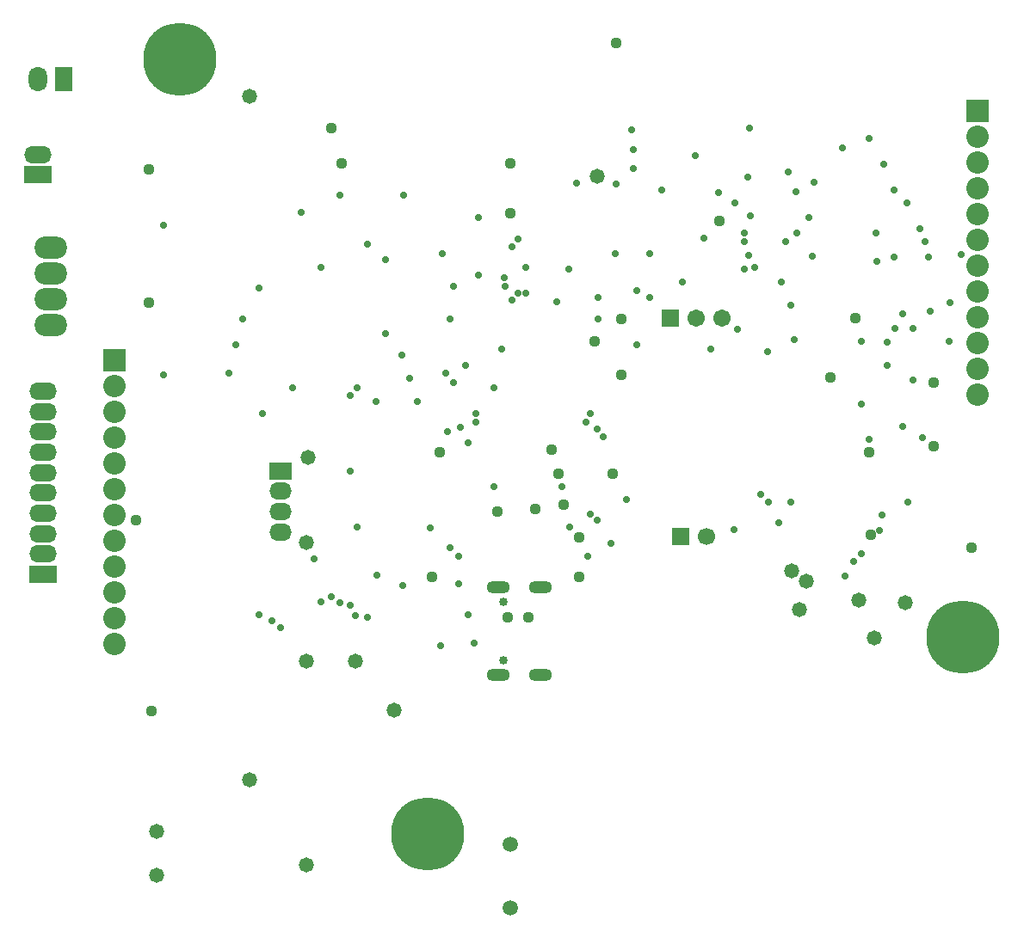
<source format=gbs>
G04*
G04 #@! TF.GenerationSoftware,Altium Limited,Altium Designer,22.7.1 (60)*
G04*
G04 Layer_Color=32639*
%FSLAX44Y44*%
%MOMM*%
G71*
G04*
G04 #@! TF.SameCoordinates,D0082332-17C0-48B4-9EBD-708ECFB17097*
G04*
G04*
G04 #@! TF.FilePolarity,Negative*
G04*
G01*
G75*
%ADD109C,7.2032*%
%ADD110O,2.3032X1.2532*%
%ADD111C,0.8532*%
%ADD112O,2.2032X1.7032*%
%ADD113R,2.2032X1.7032*%
%ADD114C,1.7000*%
%ADD115R,1.7000X1.7000*%
%ADD116C,1.5032*%
%ADD117C,1.7032*%
%ADD118R,1.7032X1.7032*%
%ADD119O,3.2032X2.2032*%
%ADD120R,2.7032X1.7032*%
%ADD121O,2.7032X1.7032*%
%ADD122R,1.8032X2.4532*%
%ADD123O,1.8032X2.4532*%
%ADD124C,2.2032*%
%ADD125R,2.2032X2.2032*%
%ADD126C,0.7032*%
%ADD127C,1.1176*%
%ADD128C,1.4732*%
D109*
X172720Y849376D02*
D03*
X942980Y279910D02*
D03*
X416560Y86360D02*
D03*
D110*
X527300Y242550D02*
D03*
Y328950D02*
D03*
X485500Y242550D02*
D03*
Y328950D02*
D03*
D111*
X490500Y314650D02*
D03*
Y256850D02*
D03*
D112*
X271780Y403540D02*
D03*
Y423540D02*
D03*
Y383540D02*
D03*
D113*
Y443540D02*
D03*
D114*
X690880Y379476D02*
D03*
D115*
X665480D02*
D03*
D116*
X497600Y75700D02*
D03*
Y13200D02*
D03*
D117*
X706120Y594360D02*
D03*
X680720D02*
D03*
D118*
X655320D02*
D03*
D119*
X45720Y638556D02*
D03*
Y587756D02*
D03*
Y663956D02*
D03*
Y613156D02*
D03*
D120*
X33020Y735236D02*
D03*
X38100Y341950D02*
D03*
D121*
X33020Y755236D02*
D03*
X38100Y521950D02*
D03*
Y501950D02*
D03*
Y461950D02*
D03*
Y441950D02*
D03*
Y361950D02*
D03*
Y381950D02*
D03*
Y401950D02*
D03*
Y421950D02*
D03*
Y481950D02*
D03*
D122*
X58570Y829116D02*
D03*
D123*
X33170D02*
D03*
D124*
X107950Y527050D02*
D03*
Y501650D02*
D03*
Y476250D02*
D03*
Y450850D02*
D03*
Y425450D02*
D03*
Y400050D02*
D03*
Y374650D02*
D03*
Y349250D02*
D03*
Y323850D02*
D03*
Y298450D02*
D03*
Y273050D02*
D03*
X957580Y773176D02*
D03*
Y747776D02*
D03*
Y722376D02*
D03*
Y696976D02*
D03*
Y671576D02*
D03*
Y646176D02*
D03*
Y620776D02*
D03*
Y595376D02*
D03*
Y569976D02*
D03*
Y544576D02*
D03*
Y519176D02*
D03*
D125*
X107950Y552450D02*
D03*
X957580Y798576D02*
D03*
D126*
X254000Y500380D02*
D03*
X262890Y295910D02*
D03*
X250190Y302260D02*
D03*
X679450Y754380D02*
D03*
X646430Y720090D02*
D03*
X543560Y610616D02*
D03*
X554990Y642620D02*
D03*
X481330Y525780D02*
D03*
X419100Y387350D02*
D03*
X889000Y412750D02*
D03*
X826770Y340360D02*
D03*
X929894Y609600D02*
D03*
X929640Y571500D02*
D03*
X883920Y487680D02*
D03*
X843280Y509270D02*
D03*
Y571500D02*
D03*
X868680Y547370D02*
D03*
Y570230D02*
D03*
X910590Y600710D02*
D03*
X941070Y656590D02*
D03*
X894080Y584200D02*
D03*
X770890Y737870D02*
D03*
X618490Y741680D02*
D03*
X731520Y732790D02*
D03*
X778510Y718820D02*
D03*
X441960Y625856D02*
D03*
X902970Y476250D02*
D03*
X861060Y384810D02*
D03*
X909320Y654050D02*
D03*
X875030D02*
D03*
X488950Y563880D02*
D03*
X702310Y717550D02*
D03*
X666750Y629920D02*
D03*
X737870Y643890D02*
D03*
X304464Y356870D02*
D03*
X392120Y331216D02*
D03*
X366720Y341376D02*
D03*
X694690Y563880D02*
D03*
X718820Y707390D02*
D03*
X356870Y666750D02*
D03*
X365760Y511810D02*
D03*
X406400D02*
D03*
X398780Y534670D02*
D03*
X447040Y332232D02*
D03*
X843280Y361950D02*
D03*
X835660Y354330D02*
D03*
X283210Y525780D02*
D03*
X462280Y274346D02*
D03*
X455930Y302260D02*
D03*
X374650Y579120D02*
D03*
Y651510D02*
D03*
X727710Y642620D02*
D03*
X731886Y656224D02*
D03*
X795020Y655320D02*
D03*
X455930Y471170D02*
D03*
X448310Y486410D02*
D03*
X441960Y530860D02*
D03*
X481330Y427990D02*
D03*
X548640D02*
D03*
X612140Y415290D02*
D03*
X717550Y386080D02*
D03*
X858520Y650240D02*
D03*
X744220Y420370D02*
D03*
X589280Y477520D02*
D03*
X582930Y485140D02*
D03*
X850900Y474980D02*
D03*
X556260Y388620D02*
D03*
X572030Y491490D02*
D03*
X576580Y500380D02*
D03*
X751840Y412750D02*
D03*
X773317D02*
D03*
X762000Y392430D02*
D03*
X582930Y395224D02*
D03*
X463550Y500380D02*
D03*
Y491490D02*
D03*
X346710Y388620D02*
D03*
Y525780D02*
D03*
X321310Y320040D02*
D03*
X391160Y557530D02*
D03*
X574040Y359410D02*
D03*
X447040D02*
D03*
X438150Y368300D02*
D03*
X635000Y614680D02*
D03*
X584200D02*
D03*
X622300Y621284D02*
D03*
X438150Y593090D02*
D03*
X250190Y623570D02*
D03*
X227330Y567690D02*
D03*
X617002Y779780D02*
D03*
X618490Y759986D02*
D03*
X562621Y726647D02*
D03*
X601980Y726440D02*
D03*
X883920Y598170D02*
D03*
X491490Y633730D02*
D03*
X635000Y657860D02*
D03*
X727710Y678180D02*
D03*
Y669290D02*
D03*
X430530Y657860D02*
D03*
X434340Y539750D02*
D03*
X600710Y657860D02*
D03*
X466090Y636270D02*
D03*
Y693420D02*
D03*
X513080Y618490D02*
D03*
X499110Y612140D02*
D03*
X505206Y618744D02*
D03*
X492760Y625094D02*
D03*
X499110Y664210D02*
D03*
X768350Y669290D02*
D03*
X505460Y671830D02*
D03*
X513080Y643890D02*
D03*
X688340Y673100D02*
D03*
X721360Y582930D02*
D03*
X750570Y561340D02*
D03*
X850900Y770890D02*
D03*
X824230Y762000D02*
D03*
X779780Y678180D02*
D03*
X796290Y727928D02*
D03*
X732790Y781050D02*
D03*
X857250Y678180D02*
D03*
X435610Y482600D02*
D03*
X453390Y547370D02*
D03*
X764540Y629920D02*
D03*
X773430Y607060D02*
D03*
X864870Y745490D02*
D03*
X356870Y299720D02*
D03*
X311150Y314960D02*
D03*
X345440Y300990D02*
D03*
X340360Y518160D02*
D03*
Y443230D02*
D03*
Y311150D02*
D03*
X392430Y715010D02*
D03*
X330200D02*
D03*
Y313690D02*
D03*
X311150Y643890D02*
D03*
X429260Y271780D02*
D03*
X576580Y401320D02*
D03*
X271780Y289560D02*
D03*
X863600Y400050D02*
D03*
X876300Y584200D02*
D03*
X875030Y720090D02*
D03*
X233934Y593090D02*
D03*
X220980Y539750D02*
D03*
X292100Y698500D02*
D03*
X584200Y593090D02*
D03*
X734060Y694690D02*
D03*
X622300Y567690D02*
D03*
X791210Y693420D02*
D03*
X156210Y685800D02*
D03*
X156530Y538160D02*
D03*
X894080Y533400D02*
D03*
X900430Y681990D02*
D03*
X887730Y707390D02*
D03*
X905510Y669290D02*
D03*
X777240Y572770D02*
D03*
X596900Y372110D02*
D03*
D127*
X129540Y394970D02*
D03*
X144780Y207010D02*
D03*
X521970Y406400D02*
D03*
X497670Y697230D02*
D03*
X497840Y746760D02*
D03*
X812800Y535940D02*
D03*
X914400Y468018D02*
D03*
X852170Y381000D02*
D03*
X951230Y368300D02*
D03*
X538480Y464820D02*
D03*
X544830Y440690D02*
D03*
X420370Y339598D02*
D03*
X565150D02*
D03*
X850900Y462280D02*
D03*
X836930Y594360D02*
D03*
X598170Y440690D02*
D03*
X565150Y378460D02*
D03*
X321310Y781050D02*
D03*
X601980Y864870D02*
D03*
X331470Y746760D02*
D03*
X142240Y740410D02*
D03*
X427990Y462280D02*
D03*
X703580Y689610D02*
D03*
X549910Y410210D02*
D03*
X607060Y538480D02*
D03*
Y593090D02*
D03*
X142240Y609164D02*
D03*
X914400Y530860D02*
D03*
X580390Y571500D02*
D03*
X485140Y403860D02*
D03*
X515620Y299720D02*
D03*
X495300D02*
D03*
D128*
X855980Y279400D02*
D03*
X840740Y316230D02*
D03*
X298450Y457200D02*
D03*
X788670Y335280D02*
D03*
X782320Y307340D02*
D03*
X886460Y313690D02*
D03*
X774700Y345440D02*
D03*
X582930Y734060D02*
D03*
X297180Y373380D02*
D03*
X149860Y45720D02*
D03*
X345440Y256540D02*
D03*
X241300Y812800D02*
D03*
Y139700D02*
D03*
X383540Y208280D02*
D03*
X297180Y256540D02*
D03*
Y55880D02*
D03*
X149860Y88900D02*
D03*
M02*

</source>
